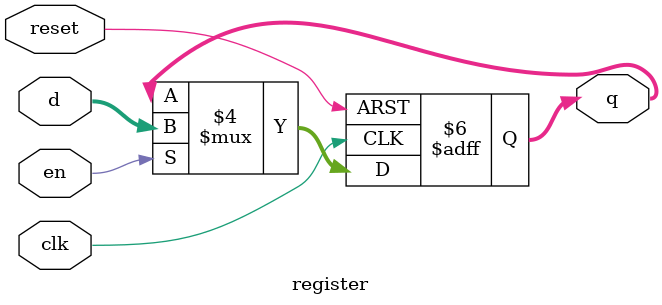
<source format=v>

module register(d, clk, reset, en, q);
   input [15:0]  d;
   input         clk;
   input         reset;
   input         en;
   output [15:0] q;
   reg [15:0]    q;
   
   
   always @(posedge clk or negedge reset)
      if (reset == 1'b0)
         q <= 16'b0000000000000000;
      else 
      begin
         if (en == 1'b1)
            q <= d;
      end
   
endmodule

</source>
